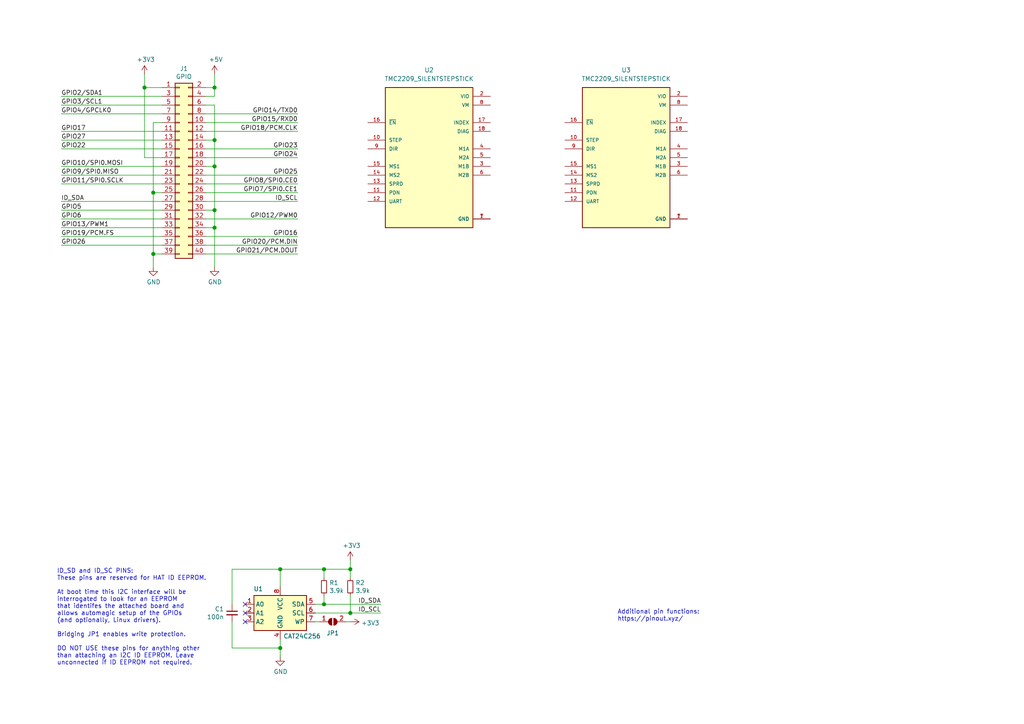
<source format=kicad_sch>
(kicad_sch (version 20231120) (generator "eeschema") (generator_version "8.0")
  (paper "A4")
  (title_block (date "15 nov 2012"))
  (lib_symbols
    (symbol "Connector_Generic:Conn_02x20_Odd_Even" (pin_names (offset 1.016) hide)
      (property "Reference" "J" (at 1.27 25.4 0))
      (property "Value" "Conn_02x20_Odd_Even" (at 1.27 -27.94 0))
      (symbol "Conn_02x20_Odd_Even_1_1"
        (rectangle (start -1.27 -25.273) (end 0 -25.527) (stroke (width 0.1524)))
        (rectangle (start -1.27 -22.733) (end 0 -22.987) (stroke (width 0.1524)))
        (rectangle (start -1.27 -20.193) (end 0 -20.447) (stroke (width 0.1524)))
        (rectangle (start -1.27 -17.653) (end 0 -17.907) (stroke (width 0.1524)))
        (rectangle (start -1.27 -15.113) (end 0 -15.367) (stroke (width 0.1524)))
        (rectangle (start -1.27 -12.573) (end 0 -12.827) (stroke (width 0.1524)))
        (rectangle (start -1.27 -10.033) (end 0 -10.287) (stroke (width 0.1524)))
        (rectangle (start -1.27 -7.493) (end 0 -7.747) (stroke (width 0.1524)))
        (rectangle (start -1.27 -4.953) (end 0 -5.207) (stroke (width 0.1524)))
        (rectangle (start -1.27 -2.413) (end 0 -2.667) (stroke (width 0.1524)))
        (rectangle (start -1.27 0.127) (end 0 -0.127) (stroke (width 0.1524)))
        (rectangle (start -1.27 2.667) (end 0 2.413) (stroke (width 0.1524)))
        (rectangle (start -1.27 5.207) (end 0 4.953) (stroke (width 0.1524)))
        (rectangle (start -1.27 7.747) (end 0 7.493) (stroke (width 0.1524)))
        (rectangle (start -1.27 10.287) (end 0 10.033) (stroke (width 0.1524)))
        (rectangle (start -1.27 12.827) (end 0 12.573) (stroke (width 0.1524)))
        (rectangle (start -1.27 15.367) (end 0 15.113) (stroke (width 0.1524)))
        (rectangle (start -1.27 17.907) (end 0 17.653) (stroke (width 0.1524)))
        (rectangle (start -1.27 20.447) (end 0 20.193) (stroke (width 0.1524)))
        (rectangle (start -1.27 22.987) (end 0 22.733) (stroke (width 0.1524)))
        (rectangle (start -1.27 24.13) (end 3.81 -26.67) (stroke (width 0.254)) (fill (type background)))
        (rectangle (start 3.81 -25.273) (end 2.54 -25.527) (stroke (width 0.1524)))
        (rectangle (start 3.81 -22.733) (end 2.54 -22.987) (stroke (width 0.1524)))
        (rectangle (start 3.81 -20.193) (end 2.54 -20.447) (stroke (width 0.1524)))
        (rectangle (start 3.81 -17.653) (end 2.54 -17.907) (stroke (width 0.1524)))
        (rectangle (start 3.81 -15.113) (end 2.54 -15.367) (stroke (width 0.1524)))
        (rectangle (start 3.81 -12.573) (end 2.54 -12.827) (stroke (width 0.1524)))
        (rectangle (start 3.81 -10.033) (end 2.54 -10.287) (stroke (width 0.1524)))
        (rectangle (start 3.81 -7.493) (end 2.54 -7.747) (stroke (width 0.1524)))
        (rectangle (start 3.81 -4.953) (end 2.54 -5.207) (stroke (width 0.1524)))
        (rectangle (start 3.81 -2.413) (end 2.54 -2.667) (stroke (width 0.1524)))
        (rectangle (start 3.81 0.127) (end 2.54 -0.127) (stroke (width 0.1524)))
        (rectangle (start 3.81 2.667) (end 2.54 2.413) (stroke (width 0.1524)))
        (rectangle (start 3.81 5.207) (end 2.54 4.953) (stroke (width 0.1524)))
        (rectangle (start 3.81 7.747) (end 2.54 7.493) (stroke (width 0.1524)))
        (rectangle (start 3.81 10.287) (end 2.54 10.033) (stroke (width 0.1524)))
        (rectangle (start 3.81 12.827) (end 2.54 12.573) (stroke (width 0.1524)))
        (rectangle (start 3.81 15.367) (end 2.54 15.113) (stroke (width 0.1524)))
        (rectangle (start 3.81 17.907) (end 2.54 17.653) (stroke (width 0.1524)))
        (rectangle (start 3.81 20.447) (end 2.54 20.193) (stroke (width 0.1524)))
        (rectangle (start 3.81 22.987) (end 2.54 22.733) (stroke (width 0.1524)))
        (pin passive line (at -5.08 22.86 0) (length 3.81) (name "Pin_1") (number "1"))
        (pin passive line (at 7.62 12.7 180) (length 3.81) (name "Pin_10") (number "10"))
        (pin passive line (at -5.08 10.16 0) (length 3.81) (name "Pin_11") (number "11"))
        (pin passive line (at 7.62 10.16 180) (length 3.81) (name "Pin_12") (number "12"))
        (pin passive line (at -5.08 7.62 0) (length 3.81) (name "Pin_13") (number "13"))
        (pin passive line (at 7.62 7.62 180) (length 3.81) (name "Pin_14") (number "14"))
        (pin passive line (at -5.08 5.08 0) (length 3.81) (name "Pin_15") (number "15"))
        (pin passive line (at 7.62 5.08 180) (length 3.81) (name "Pin_16") (number "16"))
        (pin passive line (at -5.08 2.54 0) (length 3.81) (name "Pin_17") (number "17"))
        (pin passive line (at 7.62 2.54 180) (length 3.81) (name "Pin_18") (number "18"))
        (pin passive line (at -5.08 0 0) (length 3.81) (name "Pin_19") (number "19"))
        (pin passive line (at 7.62 22.86 180) (length 3.81) (name "Pin_2") (number "2"))
        (pin passive line (at 7.62 0 180) (length 3.81) (name "Pin_20") (number "20"))
        (pin passive line (at -5.08 -2.54 0) (length 3.81) (name "Pin_21") (number "21"))
        (pin passive line (at 7.62 -2.54 180) (length 3.81) (name "Pin_22") (number "22"))
        (pin passive line (at -5.08 -5.08 0) (length 3.81) (name "Pin_23") (number "23"))
        (pin passive line (at 7.62 -5.08 180) (length 3.81) (name "Pin_24") (number "24"))
        (pin passive line (at -5.08 -7.62 0) (length 3.81) (name "Pin_25") (number "25"))
        (pin passive line (at 7.62 -7.62 180) (length 3.81) (name "Pin_26") (number "26"))
        (pin passive line (at -5.08 -10.16 0) (length 3.81) (name "Pin_27") (number "27"))
        (pin passive line (at 7.62 -10.16 180) (length 3.81) (name "Pin_28") (number "28"))
        (pin passive line (at -5.08 -12.7 0) (length 3.81) (name "Pin_29") (number "29"))
        (pin passive line (at -5.08 20.32 0) (length 3.81) (name "Pin_3") (number "3"))
        (pin passive line (at 7.62 -12.7 180) (length 3.81) (name "Pin_30") (number "30"))
        (pin passive line (at -5.08 -15.24 0) (length 3.81) (name "Pin_31") (number "31"))
        (pin passive line (at 7.62 -15.24 180) (length 3.81) (name "Pin_32") (number "32"))
        (pin passive line (at -5.08 -17.78 0) (length 3.81) (name "Pin_33") (number "33"))
        (pin passive line (at 7.62 -17.78 180) (length 3.81) (name "Pin_34") (number "34"))
        (pin passive line (at -5.08 -20.32 0) (length 3.81) (name "Pin_35") (number "35"))
        (pin passive line (at 7.62 -20.32 180) (length 3.81) (name "Pin_36") (number "36"))
        (pin passive line (at -5.08 -22.86 0) (length 3.81) (name "Pin_37") (number "37"))
        (pin passive line (at 7.62 -22.86 180) (length 3.81) (name "Pin_38") (number "38"))
        (pin passive line (at -5.08 -25.4 0) (length 3.81) (name "Pin_39") (number "39"))
        (pin passive line (at 7.62 20.32 180) (length 3.81) (name "Pin_4") (number "4"))
        (pin passive line (at 7.62 -25.4 180) (length 3.81) (name "Pin_40") (number "40"))
        (pin passive line (at -5.08 17.78 0) (length 3.81) (name "Pin_5") (number "5"))
        (pin passive line (at 7.62 17.78 180) (length 3.81) (name "Pin_6") (number "6"))
        (pin passive line (at -5.08 15.24 0) (length 3.81) (name "Pin_7") (number "7"))
        (pin passive line (at 7.62 15.24 180) (length 3.81) (name "Pin_8") (number "8"))
        (pin passive line (at -5.08 12.7 0) (length 3.81) (name "Pin_9") (number "9"))
      )
    )
    (symbol "Device:C_Small" (pin_numbers hide) (pin_names (offset 0.254) hide)
      (property "Reference" "C" (at 0.254 1.778 0))
      (property "Value" "C_Small" (at 0.254 -2.032 0))
      (symbol "C_Small_0_1"
        (polyline (pts (xy -1.524 -0.508) (xy 1.524 -0.508)) (stroke (width 0.3302)))
        (polyline (pts (xy -1.524 0.508) (xy 1.524 0.508)) (stroke (width 0.3048)))
      )
      (symbol "C_Small_1_1"
        (pin passive line (at 0 2.54 270) (length 2.032) (name "~") (number "1"))
        (pin passive line (at 0 -2.54 90) (length 2.032) (name "~") (number "2"))
      )
    )
    (symbol "Device:R_Small" (pin_numbers hide) (pin_names (offset 0.254) hide)
      (property "Reference" "R" (at 0.762 0.508 0))
      (property "Value" "R_Small" (at 0.762 -1.016 0))
      (symbol "R_Small_0_1"
        (rectangle (start -0.762 1.778) (end 0.762 -1.778) (stroke (width 0.2032)))
      )
      (symbol "R_Small_1_1"
        (pin passive line (at 0 2.54 270) (length 0.762) (name "~") (number "1"))
        (pin passive line (at 0 -2.54 90) (length 0.762) (name "~") (number "2"))
      )
    )
    (symbol "Jumper:SolderJumper_2_Open" (pin_names (offset 0) hide)
      (property "Reference" "JP" (at 0 2.032 0))
      (property "Value" "SolderJumper_2_Open" (at 0 -2.54 0))
      (symbol "SolderJumper_2_Open_0_1"
        (arc (start -0.254 1.016) (mid -1.2656 0) (end -0.254 -1.016))
        (arc (start -0.254 1.016) (mid -1.2656 0) (end -0.254 -1.016) (fill (type outline)))
        (polyline (pts (xy -0.254 1.016) (xy -0.254 -1.016)))
        (polyline (pts (xy 0.254 1.016) (xy 0.254 -1.016)))
        (arc (start 0.254 -1.016) (mid 1.2656 0) (end 0.254 1.016))
        (arc (start 0.254 -1.016) (mid 1.2656 0) (end 0.254 1.016) (fill (type outline)))
      )
      (symbol "SolderJumper_2_Open_1_1"
        (pin passive line (at -3.81 0 0) (length 2.54) (name "A") (number "1"))
        (pin passive line (at 3.81 0 180) (length 2.54) (name "B") (number "2"))
      )
    )
    (symbol "Memory_EEPROM:CAT24C256"
      (property "Reference" "U" (at -6.35 6.35 0))
      (property "Value" "CAT24C256" (at 1.27 6.35 0))
      (symbol "CAT24C256_1_1"
        (rectangle (start -7.62 5.08) (end 7.62 -5.08) (stroke (width 0.254)) (fill (type background)))
        (pin input line (at -10.16 2.54 0) (length 2.54) (name "A0") (number "1"))
        (pin input line (at -10.16 0 0) (length 2.54) (name "A1") (number "2"))
        (pin input line (at -10.16 -2.54 0) (length 2.54) (name "A2") (number "3"))
        (pin power_in line (at 0 -7.62 90) (length 2.54) (name "GND") (number "4"))
        (pin bidirectional line (at 10.16 2.54 180) (length 2.54) (name "SDA") (number "5"))
        (pin input line (at 10.16 0 180) (length 2.54) (name "SCL") (number "6"))
        (pin input line (at 10.16 -2.54 180) (length 2.54) (name "WP") (number "7"))
        (pin power_in line (at 0 7.62 270) (length 2.54) (name "VCC") (number "8"))
      )
    )
    (symbol "TMC2209_SILENTSTEPSTICK:TMC2209_SILENTSTEPSTICK" (pin_names (offset 1.016))
      (property "Reference" "U" (at -12.7 22.86 0))
      (property "Value" "TMC2209_SILENTSTEPSTICK" (at -12.7 -22.86 0))
      (symbol "TMC2209_SILENTSTEPSTICK_0_0"
        (rectangle (start -12.7 -20.32) (end 12.7 20.32) (stroke (width 0.254)) (fill (type background)))
        (pin power_in line (at 17.78 -17.78 180) (length 5.08) (name "GND") (number "1"))
        (pin input line (at -17.78 5.08 0) (length 5.08) (name "STEP") (number "10"))
        (pin bidirectional line (at -17.78 -10.16 0) (length 5.08) (name "PDN") (number "11"))
        (pin bidirectional line (at -17.78 -12.7 0) (length 5.08) (name "UART") (number "12"))
        (pin input line (at -17.78 -7.62 0) (length 5.08) (name "SPRD") (number "13"))
        (pin input line (at -17.78 -5.08 0) (length 5.08) (name "MS2") (number "14"))
        (pin input line (at -17.78 -2.54 0) (length 5.08) (name "MS1") (number "15"))
        (pin input line (at -17.78 10.16 0) (length 5.08) (name "~{EN}") (number "16"))
        (pin output line (at 17.78 10.16 180) (length 5.08) (name "INDEX") (number "17"))
        (pin output line (at 17.78 7.62 180) (length 5.08) (name "DIAG") (number "18"))
        (pin power_in line (at 17.78 17.78 180) (length 5.08) (name "VIO") (number "2"))
        (pin output line (at 17.78 -2.54 180) (length 5.08) (name "M1B") (number "3"))
        (pin output line (at 17.78 2.54 180) (length 5.08) (name "M1A") (number "4"))
        (pin output line (at 17.78 0 180) (length 5.08) (name "M2A") (number "5"))
        (pin output line (at 17.78 -5.08 180) (length 5.08) (name "M2B") (number "6"))
        (pin power_in line (at 17.78 -17.78 180) (length 5.08) (name "GND") (number "7"))
        (pin power_in line (at 17.78 15.24 180) (length 5.08) (name "VM") (number "8"))
        (pin input line (at -17.78 2.54 0) (length 5.08) (name "DIR") (number "9"))
      )
    )
    (symbol "power:+3.3V" (power) (pin_names (offset 0))
      (property "Value" "+3.3V" (at 0 3.556 0))
      (symbol "+3.3V_0_1"
        (polyline (pts (xy -0.762 1.27) (xy 0 2.54)))
        (polyline (pts (xy 0 0) (xy 0 2.54)))
        (polyline (pts (xy 0 2.54) (xy 0.762 1.27)))
      )
      (symbol "+3.3V_1_1"
        (pin power_in line (at 0 0 90) (length 0) hide (name "+3V3") (number "1"))
      )
    )
    (symbol "power:+5V" (power) (pin_names (offset 0))
      (property "Value" "+5V" (at 0 3.556 0))
      (symbol "+5V_0_1"
        (polyline (pts (xy -0.762 1.27) (xy 0 2.54)))
        (polyline (pts (xy 0 0) (xy 0 2.54)))
        (polyline (pts (xy 0 2.54) (xy 0.762 1.27)))
      )
      (symbol "+5V_1_1"
        (pin power_in line (at 0 0 90) (length 0) hide (name "+5V") (number "1"))
      )
    )
    (symbol "power:GND" (power) (pin_names (offset 0))
      (property "Value" "GND" (at 0 -3.81 0))
      (symbol "GND_0_1"
        (polyline (pts (xy 0 0) (xy 0 -1.27) (xy 1.27 -1.27) (xy 0 -2.54) (xy -1.27 -1.27) (xy 0 -1.27)))
      )
      (symbol "GND_1_1"
        (pin power_in line (at 0 0 270) (length 0) hide (name "GND") (number "1"))
      )
    )
  )
  (junction (at 93.98 175.26) (diameter 1.016))
  (junction (at 62.23 25.4) (diameter 1.016))
  (junction (at 81.28 187.96) (diameter 1.016))
  (junction (at 62.23 40.64) (diameter 1.016))
  (junction (at 81.28 165.1) (diameter 1.016))
  (junction (at 101.6 165.1) (diameter 1.016))
  (junction (at 44.45 73.66) (diameter 1.016))
  (junction (at 44.45 55.88) (diameter 1.016))
  (junction (at 62.23 66.04) (diameter 1.016))
  (junction (at 62.23 60.96) (diameter 1.016))
  (junction (at 62.23 48.26) (diameter 1.016))
  (junction (at 101.6 177.8) (diameter 1.016))
  (junction (at 41.91 25.4) (diameter 1.016))
  (junction (at 93.98 165.1) (diameter 1.016))
  (no_connect (at 71.12 175.26))
  (no_connect (at 71.12 177.8))
  (no_connect (at 71.12 180.34))
  (wire (pts (xy 44.45 55.88) (xy 44.45 73.66)))
  (wire (pts (xy 59.69 55.88) (xy 86.36 55.88)))
  (wire (pts (xy 46.99 38.1) (xy 17.78 38.1)))
  (wire (pts (xy 81.28 165.1) (xy 93.98 165.1)))
  (wire (pts (xy 101.6 165.1) (xy 93.98 165.1)))
  (wire (pts (xy 101.6 167.64) (xy 101.6 165.1)))
  (wire (pts (xy 62.23 30.48) (xy 62.23 40.64)))
  (wire (pts (xy 62.23 48.26) (xy 59.69 48.26)))
  (wire (pts (xy 62.23 60.96) (xy 62.23 66.04)))
  (wire (pts (xy 62.23 48.26) (xy 62.23 60.96)))
  (wire (pts (xy 59.69 33.02) (xy 86.36 33.02)))
  (wire (pts (xy 44.45 35.56) (xy 44.45 55.88)))
  (wire (pts (xy 91.44 175.26) (xy 93.98 175.26)))
  (wire (pts (xy 93.98 175.26) (xy 110.49 175.26)))
  (wire (pts (xy 44.45 35.56) (xy 46.99 35.56)))
  (wire (pts (xy 91.44 180.34) (xy 92.71 180.34)))
  (wire (pts (xy 100.33 180.34) (xy 101.6 180.34)))
  (wire (pts (xy 59.69 53.34) (xy 86.36 53.34)))
  (wire (pts (xy 46.99 58.42) (xy 17.78 58.42)))
  (wire (pts (xy 17.78 60.96) (xy 46.99 60.96)))
  (wire (pts (xy 44.45 55.88) (xy 46.99 55.88)))
  (wire (pts (xy 101.6 162.56) (xy 101.6 165.1)))
  (wire (pts (xy 59.69 43.18) (xy 86.36 43.18)))
  (wire (pts (xy 81.28 165.1) (xy 81.28 170.18)))
  (wire (pts (xy 59.69 73.66) (xy 86.36 73.66)))
  (wire (pts (xy 44.45 73.66) (xy 44.45 77.47)))
  (wire (pts (xy 17.78 40.64) (xy 46.99 40.64)))
  (wire (pts (xy 101.6 172.72) (xy 101.6 177.8)))
  (wire (pts (xy 41.91 21.59) (xy 41.91 25.4)))
  (wire (pts (xy 62.23 66.04) (xy 59.69 66.04)))
  (wire (pts (xy 17.78 30.48) (xy 46.99 30.48)))
  (wire (pts (xy 17.78 53.34) (xy 46.99 53.34)))
  (wire (pts (xy 41.91 45.72) (xy 46.99 45.72)))
  (wire (pts (xy 46.99 27.94) (xy 17.78 27.94)))
  (wire (pts (xy 62.23 25.4) (xy 62.23 27.94)))
  (wire (pts (xy 62.23 40.64) (xy 62.23 48.26)))
  (wire (pts (xy 59.69 38.1) (xy 86.36 38.1)))
  (wire (pts (xy 62.23 40.64) (xy 59.69 40.64)))
  (wire (pts (xy 62.23 21.59) (xy 62.23 25.4)))
  (wire (pts (xy 17.78 33.02) (xy 46.99 33.02)))
  (wire (pts (xy 93.98 165.1) (xy 93.98 167.64)))
  (wire (pts (xy 62.23 25.4) (xy 59.69 25.4)))
  (wire (pts (xy 41.91 25.4) (xy 41.91 45.72)))
  (wire (pts (xy 59.69 45.72) (xy 86.36 45.72)))
  (wire (pts (xy 59.69 35.56) (xy 86.36 35.56)))
  (wire (pts (xy 93.98 172.72) (xy 93.98 175.26)))
  (wire (pts (xy 91.44 177.8) (xy 101.6 177.8)))
  (wire (pts (xy 101.6 177.8) (xy 110.49 177.8)))
  (wire (pts (xy 17.78 43.18) (xy 46.99 43.18)))
  (wire (pts (xy 17.78 50.8) (xy 46.99 50.8)))
  (wire (pts (xy 17.78 63.5) (xy 46.99 63.5)))
  (wire (pts (xy 62.23 27.94) (xy 59.69 27.94)))
  (wire (pts (xy 17.78 68.58) (xy 46.99 68.58)))
  (wire (pts (xy 59.69 68.58) (xy 86.36 68.58)))
  (wire (pts (xy 59.69 63.5) (xy 86.36 63.5)))
  (wire (pts (xy 44.45 73.66) (xy 46.99 73.66)))
  (wire (pts (xy 59.69 71.12) (xy 86.36 71.12)))
  (wire (pts (xy 62.23 30.48) (xy 59.69 30.48)))
  (wire (pts (xy 17.78 71.12) (xy 46.99 71.12)))
  (wire (pts (xy 67.31 165.1) (xy 67.31 175.26)))
  (wire (pts (xy 67.31 180.34) (xy 67.31 187.96)))
  (wire (pts (xy 67.31 187.96) (xy 81.28 187.96)))
  (wire (pts (xy 81.28 165.1) (xy 67.31 165.1)))
  (wire (pts (xy 81.28 185.42) (xy 81.28 187.96)))
  (wire (pts (xy 81.28 187.96) (xy 81.28 190.5)))
  (wire (pts (xy 62.23 66.04) (xy 62.23 77.47)))
  (wire (pts (xy 59.69 50.8) (xy 86.36 50.8)))
  (wire (pts (xy 46.99 66.04) (xy 17.78 66.04)))
  (wire (pts (xy 62.23 60.96) (xy 59.69 60.96)))
  (wire (pts (xy 41.91 25.4) (xy 46.99 25.4)))
  (wire (pts (xy 46.99 48.26) (xy 17.78 48.26)))
  (wire (pts (xy 59.69 58.42) (xy 86.36 58.42)))
  (text "Additional pin functions:\nhttps://pinout.xyz/" (at 179.07 180.34 0) (effects (font (size 1.27 1.27)) (justify left bottom)))
  (text "ID_SD and ID_SC PINS:\nThese pins are reserved for HAT ID EEPROM.\n\nAt boot time this I2C interface will be\ninterrogated to look for an EEPROM\nthat identifes the attached board and\nallows automagic setup of the GPIOs\n(and optionally, Linux drivers).\n\nBridging JP1 enables write protection.\n\nDO NOT USE these pins for anything other\nthan attaching an I2C ID EEPROM. Leave\nunconnected if ID EEPROM not required." (at 16.51 193.04 0) (effects (font (size 1.27 1.27)) (justify left bottom)))
  (label "ID_SDA" (at 17.78 58.42 0))
  (label "GPIO6" (at 17.78 63.5 0))
  (label "ID_SDA" (at 110.49 175.26 180))
  (label "ID_SCL" (at 86.36 58.42 180))
  (label "GPIO5" (at 17.78 60.96 0))
  (label "GPIO21{slash}PCM.DOUT" (at 86.36 73.66 180))
  (label "GPIO19{slash}PCM.FS" (at 17.78 68.58 0))
  (label "GPIO10{slash}SPI0.MOSI" (at 17.78 48.26 0))
  (label "GPIO9{slash}SPI0.MISO" (at 17.78 50.8 0))
  (label "GPIO23" (at 86.36 43.18 180))
  (label "GPIO4{slash}GPCLK0" (at 17.78 33.02 0))
  (label "GPIO27" (at 17.78 40.64 0))
  (label "GPIO26" (at 17.78 71.12 0))
  (label "GPIO14{slash}TXD0" (at 86.36 33.02 180))
  (label "GPIO8{slash}SPI0.CE0" (at 86.36 53.34 180))
  (label "GPIO15{slash}RXD0" (at 86.36 35.56 180))
  (label "GPIO16" (at 86.36 68.58 180))
  (label "GPIO22" (at 17.78 43.18 0))
  (label "GPIO2{slash}SDA1" (at 17.78 27.94 0))
  (label "GPIO17" (at 17.78 38.1 0))
  (label "GPIO25" (at 86.36 50.8 180))
  (label "GPIO3{slash}SCL1" (at 17.78 30.48 0))
  (label "GPIO18{slash}PCM.CLK" (at 86.36 38.1 180))
  (label "GPIO12{slash}PWM0" (at 86.36 63.5 180))
  (label "GPIO13{slash}PWM1" (at 17.78 66.04 0))
  (label "GPIO20{slash}PCM.DIN" (at 86.36 71.12 180))
  (label "GPIO24" (at 86.36 45.72 180))
  (label "GPIO7{slash}SPI0.CE1" (at 86.36 55.88 180))
  (label "ID_SCL" (at 110.49 177.8 180))
  (label "GPIO11{slash}SPI0.SCLK" (at 17.78 53.34 0))
  (symbol (lib_id "power:+5V") (at 62.23 21.59 0) (unit 1)
    (property "Reference" "#PWR01" (effects (hide yes)))
    (property "Value" "+5V" (at 62.5983 17.2656 0))
  )
  (symbol (lib_id "power:+3.3V") (at 41.91 21.59 0) (unit 1)
    (property "Reference" "#PWR04" (effects (hide yes)))
    (property "Value" "+3V3" (at 42.2783 17.2656 0))
  )
  (symbol (lib_id "power:GND") (at 62.23 77.47 0) (unit 1)
    (property "Reference" "#PWR02" (effects (hide yes)))
    (property "Value" "GND" (at 62.3443 81.7944 0))
  )
  (symbol (lib_id "power:GND") (at 44.45 77.47 0) (unit 1)
    (property "Reference" "#PWR03" (effects (hide yes)))
    (property "Value" "GND" (at 44.5643 81.7944 0))
  )
  (symbol (lib_id "Connector_Generic:Conn_02x20_Odd_Even") (at 52.07 48.26 0) (unit 1)
    (property "Reference" "J1" (at 53.34 19.9198 0))
    (property "Value" "GPIO" (at 53.34 22.225 0))
    (property "Footprint" "Connector_PinSocket_2.54mm:PinSocket_2x20_P2.54mm_Vertical" (effects (hide yes)))
  )
  (symbol (lib_id "Device:C_Small") (at 67.31 177.8 0) (unit 1)
    (property "Reference" "C1" (at 64.9858 176.6506 0) (effects (justify right)))
    (property "Value" "100n" (at 64.9858 178.9493 0) (effects (justify right)))
  )
  (symbol (lib_id "Device:R_Small") (at 93.98 170.18 0) (unit 1)
    (property "Reference" "R1" (at 95.4786 169.037 0) (effects (justify left)))
    (property "Value" "3.9k" (at 95.4787 171.3293 0) (effects (justify left)))
  )
  (symbol (lib_id "Jumper:SolderJumper_2_Open") (at 96.52 180.34 0) (unit 1)
    (property "Reference" "JP1" (at 96.52 183.623 0))
    (property "Value" "ID_WP" (effects (hide yes)))
  )
  (symbol (lib_id "Device:R_Small") (at 101.6 170.18 0) (unit 1)
    (property "Reference" "R2" (at 103.0986 169.037 0) (effects (justify left)))
    (property "Value" "3.9k" (at 103.0987 171.3293 0) (effects (justify left)))
  )
  (symbol (lib_id "power:+3.3V") (at 101.6 162.56 0) (unit 1)
    (property "Reference" "#PWR0101" (effects (hide yes)))
    (property "Value" "+3V3" (at 101.9683 158.2356 0))
  )
  (symbol (lib_id "TMC2209_SILENTSTEPSTICK:TMC2209_SILENTSTEPSTICK") (at 124.46 45.72 0) (unit 1)
    (property "Reference" "U2" (at 124.46 20.32 0))
    (property "Value" "TMC2209_SILENTSTEPSTICK" (at 124.46 22.86 0))
    (property "Footprint" "TMC2209_SILENTSTEPSTICK:MODULE_TMC2209_SILENTSTEPSTICK" (effects (hide yes)))
    (property "MF" "Trinamic Motion Control GmbH" (effects (hide yes)))
    (property "Description_1" "\nTMC2209 Motor Controller/Driver Power Management Evaluation Board\n" (effects (hide yes)))
    (property "Package" "None" (effects (hide yes)))
    (property "Price" "None" (effects (hide yes)))
    (property "Check_prices" "https://www.snapeda.com/parts/TMC2209%20SILENTSTEPSTICK/Trinamic+Motion+Control+GmbH/view-part/?ref=eda" (effects (hide yes)))
    (property "STANDARD" "Manufacturer Recommendations" (effects (hide yes)))
    (property "PARTREV" "1.20" (effects (hide yes)))
    (property "SnapEDA_Link" "https://www.snapeda.com/parts/TMC2209%20SILENTSTEPSTICK/Trinamic+Motion+Control+GmbH/view-part/?ref=snap" (effects (hide yes)))
    (property "MP" "TMC2209 SILENTSTEPSTICK" (effects (hide yes)))
    (property "MANUFACTURER" "Trinamic Motion Control GmbH" (effects (hide yes)))
    (property "Availability" "In Stock" (effects (hide yes)))
    (property "SNAPEDA_PN" "TMC2209 SILENTSTEPSTICK" (effects (hide yes)))
  )
  (symbol (lib_id "Memory_EEPROM:CAT24C256") (at 81.28 177.8 0) (unit 1)
    (property "Reference" "U1" (at 74.93 170.7958 0))
    (property "Value" "CAT24C256" (at 87.63 184.5245 0))
    (property "Datasheet" "https://www.onsemi.cn/PowerSolutions/document/CAT24C256-D.PDF" (effects (hide yes)))
  )
  (symbol (lib_id "power:GND") (at 81.28 190.5 0) (unit 1)
    (property "Reference" "#PWR0102" (effects (hide yes)))
    (property "Value" "GND" (at 81.3943 194.8244 0))
  )
  (symbol (lib_id "power:+3.3V") (at 101.6 180.34 270) (unit 1)
    (property "Reference" "#PWR0103" (effects (hide yes)))
    (property "Value" "+3V3" (at 104.7751 180.7083 90) (effects (justify left)))
  )
  (symbol (lib_id "TMC2209_SILENTSTEPSTICK:TMC2209_SILENTSTEPSTICK") (at 181.61 45.72 0) (unit 1)
    (property "Reference" "U3" (at 181.61 20.32 0))
    (property "Value" "TMC2209_SILENTSTEPSTICK" (at 181.61 22.86 0))
    (property "Footprint" "TMC2209_SILENTSTEPSTICK:MODULE_TMC2209_SILENTSTEPSTICK" (effects (hide yes)))
    (property "MF" "Trinamic Motion Control GmbH" (effects (hide yes)))
    (property "Description_1" "\nTMC2209 Motor Controller/Driver Power Management Evaluation Board\n" (effects (hide yes)))
    (property "Package" "None" (effects (hide yes)))
    (property "Price" "None" (effects (hide yes)))
    (property "Check_prices" "https://www.snapeda.com/parts/TMC2209%20SILENTSTEPSTICK/Trinamic+Motion+Control+GmbH/view-part/?ref=eda" (effects (hide yes)))
    (property "STANDARD" "Manufacturer Recommendations" (effects (hide yes)))
    (property "PARTREV" "1.20" (effects (hide yes)))
    (property "SnapEDA_Link" "https://www.snapeda.com/parts/TMC2209%20SILENTSTEPSTICK/Trinamic+Motion+Control+GmbH/view-part/?ref=snap" (effects (hide yes)))
    (property "MP" "TMC2209 SILENTSTEPSTICK" (effects (hide yes)))
    (property "MANUFACTURER" "Trinamic Motion Control GmbH" (effects (hide yes)))
    (property "Availability" "In Stock" (effects (hide yes)))
    (property "SNAPEDA_PN" "TMC2209 SILENTSTEPSTICK" (effects (hide yes)))
  )
)
</source>
